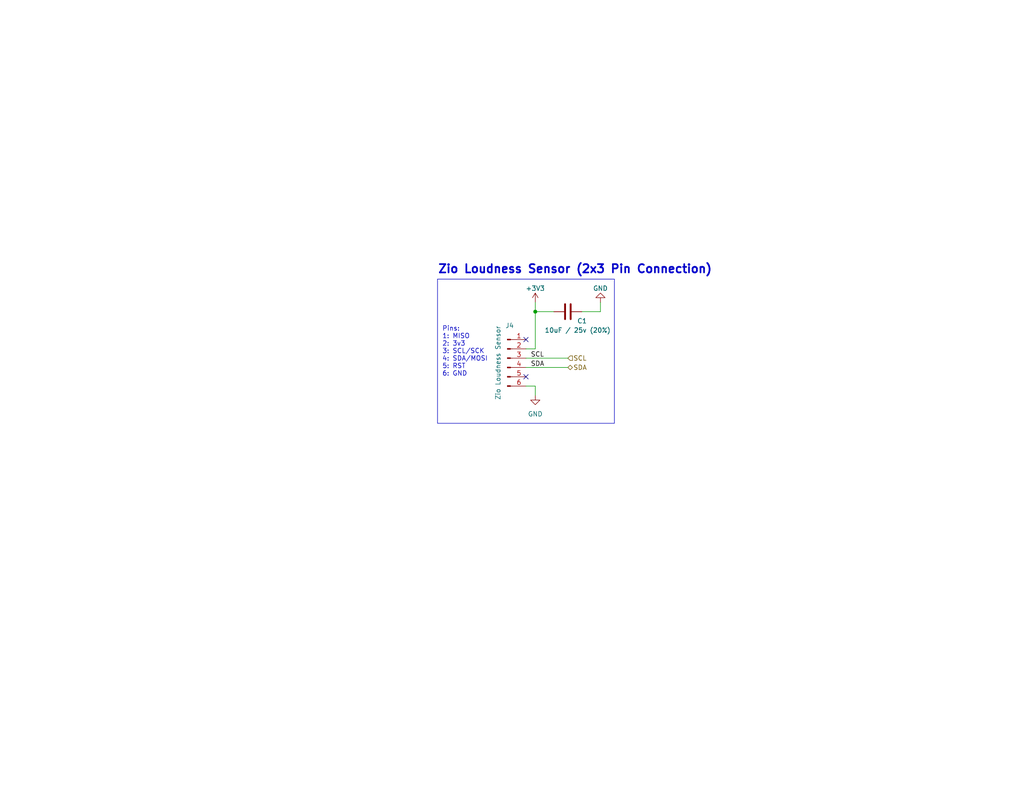
<source format=kicad_sch>
(kicad_sch (version 20230121) (generator eeschema)
  (paper "USLetter")
  (title_block (title "Kwartzlab Environmental Sensor") (date "2023-04-04") (rev "2") (company "Created By: Erin Reed (FireLabs - www.firelabs.ca)"))
  (lib_symbols
    (symbol "Connector:Conn_01x06_Pin" (pin_names (offset 1.016) hide)
      (property "Reference" "J" (at 0 7.62 0))
      (property "Value" "Conn_01x06_Pin" (at 0 -10.16 0))
      (symbol "Conn_01x06_Pin_1_1"
        (polyline (pts (xy 1.27 -7.62) (xy 0.8636 -7.62)) (stroke (width 0.1524)))
        (polyline (pts (xy 1.27 -5.08) (xy 0.8636 -5.08)) (stroke (width 0.1524)))
        (polyline (pts (xy 1.27 -2.54) (xy 0.8636 -2.54)) (stroke (width 0.1524)))
        (polyline (pts (xy 1.27 0) (xy 0.8636 0)) (stroke (width 0.1524)))
        (polyline (pts (xy 1.27 2.54) (xy 0.8636 2.54)) (stroke (width 0.1524)))
        (polyline (pts (xy 1.27 5.08) (xy 0.8636 5.08)) (stroke (width 0.1524)))
        (rectangle (start 0.8636 -7.493) (end 0 -7.747) (stroke (width 0.1524)) (fill (type outline)))
        (rectangle (start 0.8636 -4.953) (end 0 -5.207) (stroke (width 0.1524)) (fill (type outline)))
        (rectangle (start 0.8636 -2.413) (end 0 -2.667) (stroke (width 0.1524)) (fill (type outline)))
        (rectangle (start 0.8636 0.127) (end 0 -0.127) (stroke (width 0.1524)) (fill (type outline)))
        (rectangle (start 0.8636 2.667) (end 0 2.413) (stroke (width 0.1524)) (fill (type outline)))
        (rectangle (start 0.8636 5.207) (end 0 4.953) (stroke (width 0.1524)) (fill (type outline)))
        (pin passive line (at 5.08 5.08 180) (length 3.81) (name "Pin_1") (number "1"))
        (pin passive line (at 5.08 2.54 180) (length 3.81) (name "Pin_2") (number "2"))
        (pin passive line (at 5.08 0 180) (length 3.81) (name "Pin_3") (number "3"))
        (pin passive line (at 5.08 -2.54 180) (length 3.81) (name "Pin_4") (number "4"))
        (pin passive line (at 5.08 -5.08 180) (length 3.81) (name "Pin_5") (number "5"))
        (pin passive line (at 5.08 -7.62 180) (length 3.81) (name "Pin_6") (number "6"))
      )
    )
    (symbol "Device:C" (pin_numbers hide) (pin_names (offset 0.254))
      (property "Reference" "C" (at 0.635 2.54 0))
      (property "Value" "C" (at 0.635 -2.54 0))
      (symbol "C_0_1"
        (polyline (pts (xy -2.032 -0.762) (xy 2.032 -0.762)) (stroke (width 0.508)))
        (polyline (pts (xy -2.032 0.762) (xy 2.032 0.762)) (stroke (width 0.508)))
      )
      (symbol "C_1_1"
        (pin passive line (at 0 3.81 270) (length 2.794) (name "~") (number "1"))
        (pin passive line (at 0 -3.81 90) (length 2.794) (name "~") (number "2"))
      )
    )
    (symbol "power:+3V3" (power) (pin_names (offset 0))
      (property "Value" "+3V3" (at 0 3.556 0))
      (symbol "+3V3_0_1"
        (polyline (pts (xy -0.762 1.27) (xy 0 2.54)))
        (polyline (pts (xy 0 0) (xy 0 2.54)))
        (polyline (pts (xy 0 2.54) (xy 0.762 1.27)))
      )
      (symbol "+3V3_1_1"
        (pin power_in line (at 0 0 90) (length 0) hide (name "+3V3") (number "1"))
      )
    )
    (symbol "power:GND" (power) (pin_names (offset 0))
      (property "Value" "GND" (at 0 -3.81 0))
      (symbol "GND_0_1"
        (polyline (pts (xy 0 0) (xy 0 -1.27) (xy 1.27 -1.27) (xy 0 -2.54) (xy -1.27 -1.27) (xy 0 -1.27)))
      )
      (symbol "GND_1_1"
        (pin power_in line (at 0 0 270) (length 0) hide (name "GND") (number "1"))
      )
    )
  )
  (junction (at 146.05 85.09))
  (no_connect (at 143.51 92.71))
  (no_connect (at 143.51 102.87))
  (wire (pts (xy 146.05 85.09) (xy 146.05 95.25)))
  (wire (pts (xy 143.51 105.41) (xy 146.05 105.41)))
  (wire (pts (xy 146.05 105.41) (xy 146.05 107.95)))
  (wire (pts (xy 143.51 97.79) (xy 154.94 97.79)))
  (wire (pts (xy 163.83 82.55) (xy 163.83 85.09)))
  (wire (pts (xy 146.05 95.25) (xy 143.51 95.25)))
  (wire (pts (xy 146.05 85.09) (xy 151.13 85.09)))
  (wire (pts (xy 146.05 82.55) (xy 146.05 85.09)))
  (wire (pts (xy 143.51 100.33) (xy 154.94 100.33)))
  (wire (pts (xy 163.83 85.09) (xy 158.75 85.09)))
  (rectangle (start 119.38 76.2) (end 167.64 115.57))
  (text "Zio Loudness Sensor (2x3 Pin Connection)" (at 119.38 74.93 0) (effects (font (size 2.27 2.27) (thickness 0.454) bold) (justify left bottom)))
  (text "Pins:\n1: MISO\n2: 3v3\n3: SCL/SCK\n4: SDA/MOSI\n5: RST\n6: GND" (at 120.65 102.87 0) (effects (font (size 1.27 1.27)) (justify left bottom)))
  (label "SDA" (at 144.78 100.33 0))
  (label "SCL" (at 144.78 97.79 0))
  (hierarchical_label "SDA" (shape bidirectional) (at 154.94 100.33 0))
  (hierarchical_label "SCL" (shape input) (at 154.94 97.79 0))
  (symbol (lib_id "power:+3V3") (at 146.05 82.55 0) (unit 1)
    (property "Reference" "#PWR046" (effects hide))
    (property "Value" "+3V3" (at 146.05 78.74 0))
  )
  (symbol (lib_id "power:GND") (at 146.05 107.95 0) (unit 1)
    (property "Reference" "#PWR047" (effects hide))
    (property "Value" "GND" (at 146.05 113.03 0))
  )
  (symbol (lib_id "Connector:Conn_01x06_Pin") (at 138.43 97.79 0) (unit 1)
    (property "Reference" "J4" (at 139.065 88.9 0))
    (property "Value" "Zio Loudness Sensor" (at 135.89 99.06 90))
    (property "Footprint" "Zio Loudness Sensor:zio_loudness_sensor" (effects hide))
  )
  (symbol (lib_id "power:GND") (at 163.83 82.55 180) (unit 1)
    (property "Reference" "#PWR048" (effects hide))
    (property "Value" "GND" (at 163.83 78.74 0))
  )
  (symbol (lib_id "Device:C") (at 154.94 85.09 90) (unit 1)
    (property "Reference" "C1" (at 157.48 87.63 90) (effects (justify right)))
    (property "Value" "10uF / 25v (20%)" (at 148.59 90.17 90) (effects (justify right)))
    (property "Footprint" "Capacitor_SMD:C_0603_1608Metric" (effects hide))
    (instances (project "KwartzLab-SensorBoard-Rev2" (path "" (reference "C1") (unit 1)) (path "" (reference "C14") (unit 1))) (project "ic_esp32_wroom_32" (path "" (reference "C1") (unit 1))) (project "ic_esp32_c3_mini" (path "" (reference "C?") (unit 1))))
  )
)
</source>
